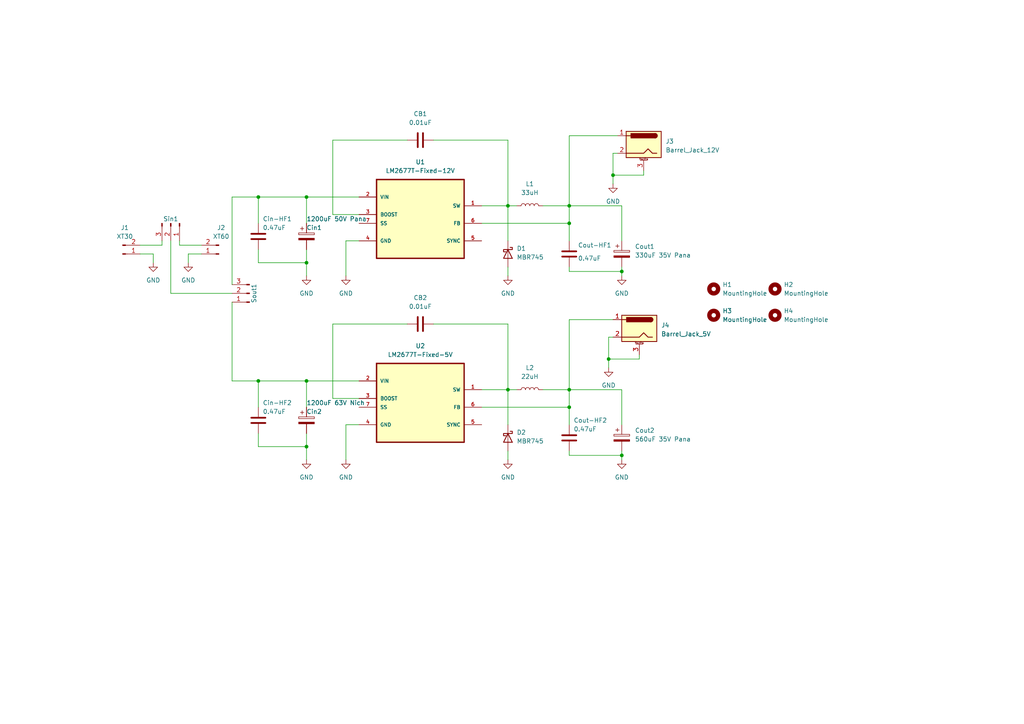
<source format=kicad_sch>
(kicad_sch (version 20211123) (generator eeschema)
  (paper "A4")
  (lib_symbols
    (symbol "Barrel_Jack_MountingPin_1" (pin_names hide)
      (property "Reference" "J3" (at 0 8.89 0))
      (property "Value" "Barrel_Jack_15V" (at 0 6.35 0))
      (symbol "Barrel_Jack_MountingPin_1_0_1"
        (rectangle (start -5.08 3.81) (end 5.08 -3.81) (stroke (width 0.254)) (fill (type background)))
        (arc (start -3.302 3.175) (mid -3.937 2.54) (end -3.302 1.905) (stroke (width 0.254)))
        (arc (start -3.302 3.175) (mid -3.937 2.54) (end -3.302 1.905) (stroke (width 0.254)) (fill (type outline)))
        (polyline (pts (xy 5.08 2.54) (xy 3.81 2.54)) (stroke (width 0.254)))
        (polyline (pts (xy -3.81 -2.54) (xy -2.54 -2.54) (xy -1.27 -1.27) (xy 0 -2.54) (xy 2.54 -2.54) (xy 5.08 -2.54)) (stroke (width 0.254)))
        (rectangle (start 3.683 3.175) (end -3.302 1.905) (stroke (width 0.254)) (fill (type outline)))
      )
      (symbol "Barrel_Jack_MountingPin_1_1_1"
        (polyline (pts (xy -1.016 -4.572) (xy 1.016 -4.572)) (stroke (width 0.1524)))
        (text "Mounting" (at 0 -4.191 0) (effects (font (size 0.381 0.381))))
        (pin passive line (at 7.62 2.54 180) (length 2.54) (name "~") (number "1"))
        (pin passive line (at 7.62 -2.54 180) (length 2.54) (name "~") (number "2"))
        (pin passive line (at 0 -7.62 90) (length 3.048) (name "3") (number "3"))
      )
    )
    (symbol "Conn_01x02_Male_1" (pin_names (offset 1.016) hide)
      (property "Reference" "J1" (at 0.635 5.08 0))
      (property "Value" "Conn_01x02_Male_1" (at 0.635 2.54 0))
      (symbol "Conn_01x02_Male_1_1_1"
        (polyline (pts (xy 1.27 -2.54) (xy 0.8636 -2.54)) (stroke (width 0.1524)))
        (polyline (pts (xy 1.27 0) (xy 0.8636 0)) (stroke (width 0.1524)))
        (rectangle (start 0.8636 -2.413) (end 0 -2.667) (stroke (width 0.1524)) (fill (type outline)))
        (rectangle (start 0.8636 0.127) (end 0 -0.127) (stroke (width 0.1524)) (fill (type outline)))
        (pin passive line (at 5.08 -2.54 180) (length 3.81) (name "Pin_1") (number "1"))
        (pin passive line (at 5.08 0 180) (length 3.81) (name "Pin_2") (number "2"))
      )
    )
    (symbol "Connector:Conn_01x02_Male" (pin_names (offset 1.016) hide)
      (property "Reference" "J2" (at -0.635 5.08 0))
      (property "Value" "XT60" (at -0.635 2.54 0))
      (symbol "Conn_01x02_Male_1_1"
        (polyline (pts (xy 1.27 -2.54) (xy 0.8636 -2.54)) (stroke (width 0.1524)))
        (polyline (pts (xy 1.27 0) (xy 0.8636 0)) (stroke (width 0.1524)))
        (rectangle (start 0.8636 -2.413) (end 0 -2.667) (stroke (width 0.1524)) (fill (type outline)))
        (rectangle (start 0.8636 0.127) (end 0 -0.127) (stroke (width 0.1524)) (fill (type outline)))
        (pin passive line (at 5.08 -2.54 180) (length 3.81) (name "Pin_1") (number "1"))
        (pin passive line (at 5.08 0 180) (length 3.81) (name "Pin_2") (number "2"))
      )
    )
    (symbol "Connector:Conn_01x03_Male" (pin_names (offset 1.016) hide)
      (property "Reference" "J" (at 0 5.08 0))
      (property "Value" "Conn_01x03_Male" (at 0 -5.08 0))
      (symbol "Conn_01x03_Male_1_1"
        (polyline (pts (xy 1.27 -2.54) (xy 0.8636 -2.54)) (stroke (width 0.1524)))
        (polyline (pts (xy 1.27 0) (xy 0.8636 0)) (stroke (width 0.1524)))
        (polyline (pts (xy 1.27 2.54) (xy 0.8636 2.54)) (stroke (width 0.1524)))
        (rectangle (start 0.8636 -2.413) (end 0 -2.667) (stroke (width 0.1524)) (fill (type outline)))
        (rectangle (start 0.8636 0.127) (end 0 -0.127) (stroke (width 0.1524)) (fill (type outline)))
        (rectangle (start 0.8636 2.667) (end 0 2.413) (stroke (width 0.1524)) (fill (type outline)))
        (pin passive line (at 5.08 2.54 180) (length 3.81) (name "Pin_1") (number "1"))
        (pin passive line (at 5.08 0 180) (length 3.81) (name "Pin_2") (number "2"))
        (pin passive line (at 5.08 -2.54 180) (length 3.81) (name "Pin_3") (number "3"))
      )
    )
    (symbol "Device:C" (pin_numbers hide) (pin_names (offset 0.254))
      (property "Reference" "C" (at 0.635 2.54 0))
      (property "Value" "C" (at 0.635 -2.54 0))
      (symbol "C_0_1"
        (polyline (pts (xy -2.032 -0.762) (xy 2.032 -0.762)) (stroke (width 0.508)))
        (polyline (pts (xy -2.032 0.762) (xy 2.032 0.762)) (stroke (width 0.508)))
      )
      (symbol "C_1_1"
        (pin passive line (at 0 3.81 270) (length 2.794) (name "~") (number "1"))
        (pin passive line (at 0 -3.81 90) (length 2.794) (name "~") (number "2"))
      )
    )
    (symbol "Device:C_Polarized" (pin_numbers hide) (pin_names (offset 0.254))
      (property "Reference" "C" (at 0.635 2.54 0))
      (property "Value" "C_Polarized" (at 0.635 -2.54 0))
      (symbol "C_Polarized_0_1"
        (rectangle (start -2.286 0.508) (end 2.286 1.016))
        (polyline (pts (xy -1.778 2.286) (xy -0.762 2.286)))
        (polyline (pts (xy -1.27 2.794) (xy -1.27 1.778)))
        (rectangle (start 2.286 -0.508) (end -2.286 -1.016) (fill (type outline)))
      )
      (symbol "C_Polarized_1_1"
        (pin passive line (at 0 3.81 270) (length 2.794) (name "~") (number "1"))
        (pin passive line (at 0 -3.81 90) (length 2.794) (name "~") (number "2"))
      )
    )
    (symbol "Device:L" (pin_numbers hide) (pin_names (offset 1.016) hide)
      (property "Reference" "L" (at -1.27 0 90))
      (property "Value" "L" (at 1.905 0 90))
      (symbol "L_0_1"
        (arc (start 0 -2.54) (mid 0.635 -1.905) (end 0 -1.27))
        (arc (start 0 -1.27) (mid 0.635 -0.635) (end 0 0))
        (arc (start 0 0) (mid 0.635 0.635) (end 0 1.27))
        (arc (start 0 1.27) (mid 0.635 1.905) (end 0 2.54))
      )
      (symbol "L_1_1"
        (pin passive line (at 0 3.81 270) (length 1.27) (name "1") (number "1"))
        (pin passive line (at 0 -3.81 90) (length 1.27) (name "2") (number "2"))
      )
    )
    (symbol "Diode:MBR745" (pin_numbers hide) (pin_names (offset 1.016) hide)
      (property "Reference" "D" (at 0 2.54 0))
      (property "Value" "MBR745" (at 0 -2.54 0))
      (symbol "MBR745_0_1"
        (polyline (pts (xy 1.27 0) (xy -1.27 0)))
        (polyline (pts (xy 1.27 1.27) (xy 1.27 -1.27) (xy -1.27 0) (xy 1.27 1.27)) (stroke (width 0.254)))
        (polyline (pts (xy -1.905 0.635) (xy -1.905 1.27) (xy -1.27 1.27) (xy -1.27 -1.27) (xy -0.635 -1.27) (xy -0.635 -0.635)) (stroke (width 0.254)))
      )
      (symbol "MBR745_1_1"
        (pin passive line (at -3.81 0 0) (length 2.54) (name "K") (number "1"))
        (pin passive line (at 3.81 0 180) (length 2.54) (name "A") (number "2"))
      )
    )
    (symbol "LM2677T-ADJ:LM2677T-ADJ" (pin_names (offset 1.016))
      (property "Reference" "U" (at -4.9784 8.7376 0))
      (property "Value" "LM2677T-ADJ" (at -6.6802 -18.0848 0))
      (symbol "LM2677T-ADJ_0_0"
        (rectangle (start -12.7 -15.24) (end 12.7 7.62) (stroke (width 0.4064)) (fill (type background)))
        (pin output line (at 17.78 0 180) (length 5.08) (name "SW") (number "1"))
        (pin input line (at -17.78 2.54 0) (length 5.08) (name "VIN") (number "2"))
        (pin passive line (at -17.78 -2.54 0) (length 5.08) (name "BOOST") (number "3"))
        (pin passive line (at -17.78 -10.16 0) (length 5.08) (name "GND") (number "4"))
        (pin passive line (at 17.78 -10.16 180) (length 5.08) (name "SYNC") (number "5"))
        (pin passive line (at 17.78 -5.08 180) (length 5.08) (name "FB") (number "6"))
        (pin passive line (at -17.78 -5.08 0) (length 5.08) (name "SS") (number "7"))
      )
    )
    (symbol "Mechanical:MountingHole" (pin_names (offset 1.016))
      (property "Reference" "H" (at 0 5.08 0))
      (property "Value" "MountingHole" (at 0 3.175 0))
      (symbol "MountingHole_0_1"
        (circle (center 0 0) (radius 1.27) (stroke (width 1.27)))
      )
    )
    (symbol "power:GND" (power) (pin_names (offset 0))
      (property "Value" "GND" (at 0 -3.81 0))
      (symbol "GND_0_1"
        (polyline (pts (xy 0 0) (xy 0 -1.27) (xy 1.27 -1.27) (xy 0 -2.54) (xy -1.27 -1.27) (xy 0 -1.27)))
      )
      (symbol "GND_1_1"
        (pin power_in line (at 0 0 270) (length 0) hide (name "GND") (number "1"))
      )
    )
  )
  (junction (at 180.34 78.74))
  (junction (at 165.1 113.03))
  (junction (at 74.93 110.49))
  (junction (at 180.34 132.08))
  (junction (at 88.9 129.54))
  (junction (at 176.53 104.14))
  (junction (at 88.9 110.49))
  (junction (at 88.9 57.15))
  (junction (at 74.93 57.15))
  (junction (at 177.8 50.8))
  (junction (at 147.32 113.03))
  (junction (at 165.1 64.77))
  (junction (at 165.1 59.69))
  (junction (at 88.9 76.2))
  (junction (at 165.1 118.11))
  (junction (at 147.32 59.69))
  (wire (pts (xy 96.52 93.98) (xy 96.52 115.57)))
  (wire (pts (xy 165.1 132.08) (xy 180.34 132.08)))
  (wire (pts (xy 147.32 59.69) (xy 147.32 40.64)))
  (wire (pts (xy 179.07 44.45) (xy 177.8 44.45)))
  (wire (pts (xy 67.31 110.49) (xy 74.93 110.49)))
  (wire (pts (xy 96.52 62.23) (xy 104.14 62.23)))
  (wire (pts (xy 58.42 73.66) (xy 54.61 73.66)))
  (wire (pts (xy 147.32 59.69) (xy 147.32 69.85)))
  (wire (pts (xy 157.48 59.69) (xy 165.1 59.69)))
  (wire (pts (xy 180.34 132.08) (xy 180.34 133.35)))
  (wire (pts (xy 88.9 57.15) (xy 88.9 64.77)))
  (wire (pts (xy 180.34 59.69) (xy 165.1 59.69)))
  (wire (pts (xy 96.52 40.64) (xy 96.52 62.23)))
  (wire (pts (xy 74.93 129.54) (xy 88.9 129.54)))
  (wire (pts (xy 180.34 113.03) (xy 180.34 123.19)))
  (wire (pts (xy 49.53 69.85) (xy 49.53 85.09)))
  (wire (pts (xy 177.8 44.45) (xy 177.8 50.8)))
  (wire (pts (xy 88.9 110.49) (xy 104.14 110.49)))
  (wire (pts (xy 100.33 69.85) (xy 100.33 80.01)))
  (wire (pts (xy 104.14 123.19) (xy 100.33 123.19)))
  (wire (pts (xy 67.31 57.15) (xy 74.93 57.15)))
  (wire (pts (xy 165.1 130.81) (xy 165.1 132.08)))
  (wire (pts (xy 88.9 125.73) (xy 88.9 129.54)))
  (wire (pts (xy 67.31 85.09) (xy 49.53 85.09)))
  (wire (pts (xy 165.1 39.37) (xy 165.1 59.69)))
  (wire (pts (xy 67.31 82.55) (xy 67.31 57.15)))
  (wire (pts (xy 165.1 77.47) (xy 165.1 78.74)))
  (wire (pts (xy 147.32 130.81) (xy 147.32 133.35)))
  (wire (pts (xy 177.8 50.8) (xy 177.8 53.34)))
  (wire (pts (xy 40.64 73.66) (xy 44.45 73.66)))
  (wire (pts (xy 44.45 73.66) (xy 44.45 76.2)))
  (wire (pts (xy 88.9 72.39) (xy 88.9 76.2)))
  (wire (pts (xy 186.69 50.8) (xy 186.69 49.53)))
  (wire (pts (xy 147.32 113.03) (xy 147.32 123.19)))
  (wire (pts (xy 180.34 78.74) (xy 180.34 80.01)))
  (wire (pts (xy 74.93 76.2) (xy 88.9 76.2)))
  (wire (pts (xy 88.9 76.2) (xy 88.9 80.01)))
  (wire (pts (xy 176.53 97.79) (xy 176.53 104.14)))
  (wire (pts (xy 147.32 113.03) (xy 147.32 93.98)))
  (wire (pts (xy 177.8 50.8) (xy 186.69 50.8)))
  (wire (pts (xy 74.93 72.39) (xy 74.93 76.2)))
  (wire (pts (xy 147.32 93.98) (xy 125.73 93.98)))
  (wire (pts (xy 176.53 104.14) (xy 185.42 104.14)))
  (wire (pts (xy 139.7 59.69) (xy 147.32 59.69)))
  (wire (pts (xy 147.32 113.03) (xy 149.86 113.03)))
  (wire (pts (xy 40.64 71.12) (xy 46.99 71.12)))
  (wire (pts (xy 67.31 87.63) (xy 67.31 110.49)))
  (wire (pts (xy 180.34 130.81) (xy 180.34 132.08)))
  (wire (pts (xy 58.42 71.12) (xy 52.07 71.12)))
  (wire (pts (xy 88.9 129.54) (xy 88.9 133.35)))
  (wire (pts (xy 96.52 115.57) (xy 104.14 115.57)))
  (wire (pts (xy 165.1 118.11) (xy 165.1 123.19)))
  (wire (pts (xy 165.1 92.71) (xy 177.8 92.71)))
  (wire (pts (xy 180.34 77.47) (xy 180.34 78.74)))
  (wire (pts (xy 165.1 64.77) (xy 165.1 59.69)))
  (wire (pts (xy 118.11 40.64) (xy 96.52 40.64)))
  (wire (pts (xy 74.93 57.15) (xy 74.93 64.77)))
  (wire (pts (xy 185.42 104.14) (xy 185.42 102.87)))
  (wire (pts (xy 147.32 59.69) (xy 149.86 59.69)))
  (wire (pts (xy 88.9 57.15) (xy 104.14 57.15)))
  (wire (pts (xy 165.1 64.77) (xy 165.1 69.85)))
  (wire (pts (xy 147.32 77.47) (xy 147.32 80.01)))
  (wire (pts (xy 176.53 97.79) (xy 177.8 97.79)))
  (wire (pts (xy 180.34 59.69) (xy 180.34 69.85)))
  (wire (pts (xy 179.07 39.37) (xy 165.1 39.37)))
  (wire (pts (xy 52.07 71.12) (xy 52.07 69.85)))
  (wire (pts (xy 74.93 110.49) (xy 88.9 110.49)))
  (wire (pts (xy 74.93 110.49) (xy 74.93 118.11)))
  (wire (pts (xy 118.11 93.98) (xy 96.52 93.98)))
  (wire (pts (xy 157.48 113.03) (xy 165.1 113.03)))
  (wire (pts (xy 176.53 104.14) (xy 176.53 106.68)))
  (wire (pts (xy 180.34 113.03) (xy 165.1 113.03)))
  (wire (pts (xy 165.1 78.74) (xy 180.34 78.74)))
  (wire (pts (xy 88.9 110.49) (xy 88.9 118.11)))
  (wire (pts (xy 104.14 69.85) (xy 100.33 69.85)))
  (wire (pts (xy 139.7 118.11) (xy 165.1 118.11)))
  (wire (pts (xy 147.32 40.64) (xy 125.73 40.64)))
  (wire (pts (xy 46.99 71.12) (xy 46.99 69.85)))
  (wire (pts (xy 100.33 123.19) (xy 100.33 133.35)))
  (wire (pts (xy 165.1 113.03) (xy 165.1 118.11)))
  (wire (pts (xy 165.1 92.71) (xy 165.1 113.03)))
  (wire (pts (xy 74.93 125.73) (xy 74.93 129.54)))
  (wire (pts (xy 74.93 57.15) (xy 88.9 57.15)))
  (wire (pts (xy 139.7 113.03) (xy 147.32 113.03)))
  (wire (pts (xy 54.61 73.66) (xy 54.61 76.2)))
  (wire (pts (xy 139.7 64.77) (xy 165.1 64.77)))
  (symbol (lib_id "Connector:Conn_01x03_Male") (at 72.39 85.09 180) (unit 1)
    (property "Reference" "Sout1" (at 73.66 85.09 90))
    (property "Value" "Conn_01x03_Male" (effects hide))
    (property "Footprint" "Connector_PinHeader_2.54mm:PinHeader_1x03_P2.54mm_Horizontal" (effects hide))
  )
  (symbol (lib_id "Device:C_Polarized") (at 88.9 68.58 0) (unit 1)
    (property "Reference" "Cin1" (at 88.9 66.04 0) (effects (justify left)))
    (property "Value" "1200uF 50V Pana" (at 88.9 63.5 0) (effects (justify left)))
    (property "Footprint" "Capacitor_THT:CP_Radial_D16.0mm_P7.50mm" (effects hide))
  )
  (symbol (lib_id "Device:C") (at 165.1 73.66 0) (unit 1)
    (property "Reference" "Cout-HF1" (at 167.64 71.12 0) (effects (justify left)))
    (property "Value" "0.47uF" (at 167.64 74.93 0) (effects (justify left)))
    (property "Footprint" "Capacitor_SMD:C_0805_2012Metric_Pad1.18x1.45mm_HandSolder" (effects hide))
  )
  (symbol (lib_id "power:GND") (at 100.33 133.35 0) (unit 1)
    (property "Reference" "#PWR0102" (effects hide))
    (property "Value" "GND" (at 100.33 138.43 0))
  )
  (symbol (lib_id "Device:C") (at 74.93 121.92 0) (unit 1)
    (property "Reference" "Cin-HF2" (at 76.2 116.84 0) (effects (justify left)))
    (property "Value" "0.47uF" (at 76.2 119.38 0) (effects (justify left)))
    (property "Footprint" "Capacitor_SMD:C_0805_2012Metric_Pad1.18x1.45mm_HandSolder" (effects hide))
  )
  (symbol (lib_id "Device:C_Polarized") (at 180.34 127 0) (unit 1)
    (property "Reference" "Cout2" (at 184.15 124.8409 0) (effects (justify left)))
    (property "Value" "560uF 35V Pana" (at 184.15 127.3809 0) (effects (justify left)))
    (property "Footprint" "Capacitor_THT:CP_Radial_D10.0mm_P5.00mm" (effects hide))
  )
  (symbol (lib_name "Barrel_Jack_MountingPin_1") (lib_id "Connector:Barrel_Jack_MountingPin") (at 186.69 41.91 0) (mirror y) (unit 1)
    (property "Reference" "J3" (at 193.04 40.9955 0) (effects (justify right)))
    (property "Value" "Barrel_Jack_12V" (at 193.04 43.5355 0) (effects (justify right)))
    (property "Footprint" "Connector_BarrelJack:BarrelJack_CUI_PJ-102AH_Horizontal_flat_pins" (effects hide))
  )
  (symbol (lib_id "power:GND") (at 147.32 133.35 0) (unit 1)
    (property "Reference" "#PWR0108" (effects hide))
    (property "Value" "GND" (at 147.32 138.43 0))
  )
  (symbol (lib_id "Mechanical:MountingHole") (at 224.79 83.82 0) (unit 1)
    (property "Reference" "H2" (at 227.33 82.5499 0) (effects (justify left)))
    (property "Value" "MountingHole" (at 227.33 85.0899 0) (effects (justify left)))
    (property "Footprint" "MountingHole:MountingHole_2.5mm" (effects hide))
  )
  (symbol (lib_name "Conn_01x02_Male_1") (lib_id "Connector:Conn_01x02_Male") (at 35.56 71.12 0) (unit 1)
    (property "Reference" "J1" (at 36.195 66.04 0))
    (property "Value" "XT30" (at 36.195 68.58 0))
    (property "Footprint" "Connector_AMASS:AMASS_XT30U-M_1x02_P5.0mm_Vertical" (effects hide))
  )
  (symbol (lib_id "power:GND") (at 88.9 133.35 0) (unit 1)
    (property "Reference" "#PWR0101" (effects hide))
    (property "Value" "GND" (at 88.9 138.43 0))
  )
  (symbol (lib_id "Device:C") (at 121.92 93.98 90) (unit 1)
    (property "Reference" "CB2" (at 121.92 86.36 90))
    (property "Value" "0.01uF" (at 121.92 88.9 90))
    (property "Footprint" "Capacitor_SMD:C_0805_2012Metric_Pad1.18x1.45mm_HandSolder" (effects hide))
  )
  (symbol (lib_name "Barrel_Jack_MountingPin_1") (lib_id "Connector:Barrel_Jack_MountingPin") (at 185.42 95.25 0) (mirror y) (unit 1)
    (property "Reference" "J4" (at 191.77 94.3355 0) (effects (justify right)))
    (property "Value" "Barrel_Jack_5V" (at 191.77 96.8755 0) (effects (justify right)))
    (property "Footprint" "Connector_BarrelJack:BarrelJack_CUI_PJ-102AH_Horizontal_flat_pins" (effects hide))
  )
  (symbol (lib_id "Device:L") (at 153.67 113.03 90) (unit 1)
    (property "Reference" "L2" (at 153.67 106.68 90))
    (property "Value" "22uH" (at 153.67 109.22 90))
    (property "Footprint" "Inductor_SMD:MGV1205-1207" (effects hide))
  )
  (symbol (lib_id "Diode:MBR745") (at 147.32 73.66 270) (unit 1)
    (property "Reference" "D1" (at 149.86 72.0724 90) (effects (justify left)))
    (property "Value" "MBR745" (at 149.86 74.6124 90) (effects (justify left)))
    (property "Footprint" "Package_TO_SOT_THT:TO-220-2_Vertical" (effects hide))
    (property "Datasheet" "http://www.onsemi.com/pub_link/Collateral/MBR735-D.PDF" (effects hide))
  )
  (symbol (lib_id "power:GND") (at 177.8 53.34 0) (unit 1)
    (property "Reference" "#PWR0107" (effects hide))
    (property "Value" "GND" (at 177.8 58.42 0))
  )
  (symbol (lib_id "Mechanical:MountingHole") (at 224.79 91.44 0) (unit 1)
    (property "Reference" "H4" (at 227.33 90.1699 0) (effects (justify left)))
    (property "Value" "MountingHole" (at 227.33 92.7099 0) (effects (justify left)))
    (property "Footprint" "MountingHole:MountingHole_2.5mm" (effects hide))
  )
  (symbol (lib_id "Mechanical:MountingHole") (at 207.01 91.44 0) (unit 1)
    (property "Reference" "H3" (at 209.55 90.1699 0) (effects (justify left)))
    (property "Value" "MountingHole" (at 209.55 92.7099 0) (effects (justify left)))
    (property "Footprint" "MountingHole:MountingHole_2.5mm" (effects hide))
  )
  (symbol (lib_id "Device:C_Polarized") (at 88.9 121.92 0) (unit 1)
    (property "Reference" "Cin2" (at 88.9 119.38 0) (effects (justify left)))
    (property "Value" "1200uF 63V Nich" (at 88.9 116.84 0) (effects (justify left)))
    (property "Footprint" "Capacitor_THT:CP_Radial_D18.0mm_P7.50mm" (effects hide))
  )
  (symbol (lib_id "Mechanical:MountingHole") (at 207.01 83.82 0) (unit 1)
    (property "Reference" "H1" (at 209.55 82.5499 0) (effects (justify left)))
    (property "Value" "MountingHole" (at 209.55 85.0899 0) (effects (justify left)))
    (property "Footprint" "MountingHole:MountingHole_2.5mm" (effects hide))
  )
  (symbol (lib_id "Device:C") (at 121.92 40.64 90) (unit 1)
    (property "Reference" "CB1" (at 121.92 33.02 90))
    (property "Value" "0.01uF" (at 121.92 35.56 90))
    (property "Footprint" "Capacitor_SMD:C_0805_2012Metric_Pad1.18x1.45mm_HandSolder" (effects hide))
  )
  (symbol (lib_id "power:GND") (at 180.34 133.35 0) (unit 1)
    (property "Reference" "#PWR0109" (effects hide))
    (property "Value" "GND" (at 180.34 138.43 0))
  )
  (symbol (lib_id "Connector:Conn_01x03_Male") (at 49.53 64.77 270) (unit 1)
    (property "Reference" "Sin1" (at 49.53 63.5 90))
    (property "Value" "Conn_01x03_Male" (effects hide))
    (property "Footprint" "Connector_PinHeader_2.54mm:PinHeader_1x03_P2.54mm_Horizontal" (effects hide))
  )
  (symbol (lib_id "power:GND") (at 147.32 80.01 0) (unit 1)
    (property "Reference" "#PWR0105" (effects hide))
    (property "Value" "GND" (at 147.32 85.09 0))
  )
  (symbol (lib_id "power:GND") (at 176.53 106.68 0) (unit 1)
    (property "Reference" "#PWR0110" (effects hide))
    (property "Value" "GND" (at 176.53 111.76 0))
  )
  (symbol (lib_id "LM2677T-ADJ:LM2677T-ADJ") (at 121.92 59.69 0) (unit 1)
    (property "Reference" "U1" (at 121.92 46.99 0))
    (property "Value" "LM2677T-Fixed-12V" (at 121.92 49.53 0))
    (property "Footprint" "LM2677T-ADJ:TO127P457X1016X2052-7P" (effects hide))
    (property "MPN" "LM2677T-ADJ" (effects hide))
    (property "OC_NEWARK" "41K4186" (effects hide))
    (property "OC_FARNELL" "8221960" (effects hide))
    (property "SUPPLIER" "NATIONAL SEMICONDUCTOR" (effects hide))
    (property "PACKAGE" "TO-220-7" (effects hide))
  )
  (symbol (lib_id "Device:L") (at 153.67 59.69 90) (unit 1)
    (property "Reference" "L1" (at 153.67 53.34 90))
    (property "Value" "33uH" (at 153.67 55.88 90))
    (property "Footprint" "Inductor_SMD:MGV1205-1207" (effects hide))
  )
  (symbol (lib_id "power:GND") (at 44.45 76.2 0) (unit 1)
    (property "Reference" "#PWR0112" (effects hide))
    (property "Value" "GND" (at 44.45 81.28 0))
  )
  (symbol (lib_id "power:GND") (at 180.34 80.01 0) (unit 1)
    (property "Reference" "#PWR0106" (effects hide))
    (property "Value" "GND" (at 180.34 85.09 0))
  )
  (symbol (lib_id "Diode:MBR745") (at 147.32 127 270) (unit 1)
    (property "Reference" "D2" (at 149.86 125.4124 90) (effects (justify left)))
    (property "Value" "MBR745" (at 149.86 127.9524 90) (effects (justify left)))
    (property "Footprint" "Package_TO_SOT_THT:TO-220-2_Vertical" (effects hide))
    (property "Datasheet" "http://www.onsemi.com/pub_link/Collateral/MBR735-D.PDF" (effects hide))
  )
  (symbol (lib_id "Connector:Conn_01x02_Male") (at 63.5 71.12 0) (mirror y) (unit 1)
    (property "Reference" "J2" (at 64.135 66.04 0))
    (property "Value" "XT60" (at 64.135 68.58 0))
    (property "Footprint" "Connector_AMASS:AMASS_XT60-M_1x02_P7.20mm_Vertical" (effects hide))
  )
  (symbol (lib_id "LM2677T-ADJ:LM2677T-ADJ") (at 121.92 113.03 0) (unit 1)
    (property "Reference" "U2" (at 121.92 100.33 0))
    (property "Value" "LM2677T-Fixed-5V" (at 121.92 102.87 0))
    (property "Footprint" "LM2677T-ADJ:TO127P457X1016X2052-7P" (effects hide))
    (property "MPN" "LM2677T-ADJ" (effects hide))
    (property "OC_NEWARK" "41K4186" (effects hide))
    (property "OC_FARNELL" "8221960" (effects hide))
    (property "SUPPLIER" "NATIONAL SEMICONDUCTOR" (effects hide))
    (property "PACKAGE" "TO-220-7" (effects hide))
  )
  (symbol (lib_id "power:GND") (at 88.9 80.01 0) (unit 1)
    (property "Reference" "#PWR0103" (effects hide))
    (property "Value" "GND" (at 88.9 85.09 0))
  )
  (symbol (lib_id "Device:C_Polarized") (at 180.34 73.66 0) (unit 1)
    (property "Reference" "Cout1" (at 184.15 71.5009 0) (effects (justify left)))
    (property "Value" "330uF 35V Pana" (at 184.15 74.0409 0) (effects (justify left)))
    (property "Footprint" "Capacitor_THT:CP_Radial_D10.0mm_P5.00mm" (effects hide))
  )
  (symbol (lib_id "Device:C") (at 165.1 127 0) (unit 1)
    (property "Reference" "Cout-HF2" (at 166.37 121.92 0) (effects (justify left)))
    (property "Value" "0.47uF" (at 166.37 124.46 0) (effects (justify left)))
    (property "Footprint" "Capacitor_SMD:C_0805_2012Metric_Pad1.18x1.45mm_HandSolder" (effects hide))
  )
  (symbol (lib_id "Device:C") (at 74.93 68.58 0) (unit 1)
    (property "Reference" "Cin-HF1" (at 76.2 63.5 0) (effects (justify left)))
    (property "Value" "0.47uF" (at 76.2 66.04 0) (effects (justify left)))
    (property "Footprint" "Capacitor_SMD:C_0805_2012Metric_Pad1.18x1.45mm_HandSolder" (effects hide))
  )
  (symbol (lib_id "power:GND") (at 54.61 76.2 0) (mirror y) (unit 1)
    (property "Reference" "#PWR0111" (effects hide))
    (property "Value" "GND" (at 54.61 81.28 0))
  )
  (symbol (lib_id "power:GND") (at 100.33 80.01 0) (unit 1)
    (property "Reference" "#PWR0104" (effects hide))
    (property "Value" "GND" (at 100.33 85.09 0))
  )
)
</source>
